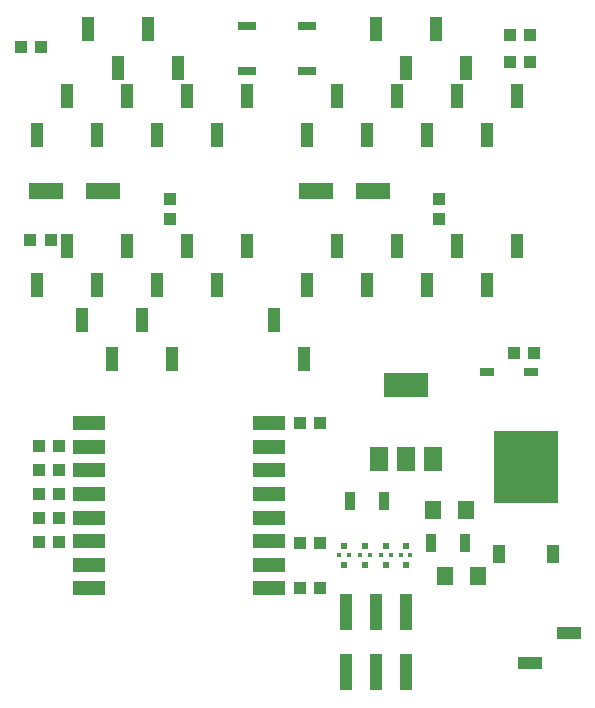
<source format=gtp>
G04*
G04 #@! TF.GenerationSoftware,Altium Limited,Altium Designer,19.1.6 (110)*
G04*
G04 Layer_Color=8421504*
%FSLAX25Y25*%
%MOIN*%
G70*
G01*
G75*
%ADD17R,0.11000X0.04500*%
%ADD18R,0.07874X0.03937*%
%ADD19R,0.03937X0.07874*%
%ADD20R,0.03937X0.12480*%
%ADD21R,0.01575X0.01575*%
%ADD22R,0.02362X0.02362*%
%ADD23R,0.03937X0.04331*%
%ADD24R,0.06000X0.03000*%
%ADD25R,0.03543X0.06299*%
%ADD26R,0.04331X0.03937*%
%ADD27R,0.04724X0.02756*%
%ADD28R,0.11811X0.05512*%
%ADD29R,0.03937X0.06299*%
%ADD30R,0.21260X0.24409*%
%ADD31R,0.05512X0.06299*%
%ADD32R,0.15000X0.07900*%
%ADD33R,0.05900X0.07900*%
D17*
X42500Y37000D02*
D03*
Y44874D02*
D03*
Y52748D02*
D03*
Y60622D02*
D03*
Y68496D02*
D03*
Y76370D02*
D03*
Y84244D02*
D03*
Y92118D02*
D03*
X102343D02*
D03*
Y84244D02*
D03*
Y76370D02*
D03*
Y68496D02*
D03*
Y60622D02*
D03*
Y52748D02*
D03*
Y44874D02*
D03*
Y37000D02*
D03*
D18*
X189504Y12000D02*
D03*
X202496Y22000D02*
D03*
D19*
X114000Y113504D02*
D03*
X104000Y126496D02*
D03*
X50000Y113504D02*
D03*
X70000D02*
D03*
X40000Y126496D02*
D03*
X60000D02*
D03*
X52000Y210504D02*
D03*
X72000D02*
D03*
X42000Y223496D02*
D03*
X62000D02*
D03*
X148000Y210504D02*
D03*
X168000D02*
D03*
X138000Y223496D02*
D03*
X158000D02*
D03*
X125000Y150996D02*
D03*
X145000D02*
D03*
X165000D02*
D03*
X185000D02*
D03*
X115000Y138004D02*
D03*
X135000D02*
D03*
X155000D02*
D03*
X175000D02*
D03*
X125000Y200996D02*
D03*
X145000D02*
D03*
X165000D02*
D03*
X185000D02*
D03*
X115000Y188004D02*
D03*
X135000D02*
D03*
X155000D02*
D03*
X175000D02*
D03*
X35000Y150996D02*
D03*
X55000D02*
D03*
X75000D02*
D03*
X95000D02*
D03*
X25000Y138004D02*
D03*
X45000D02*
D03*
X65000D02*
D03*
X85000D02*
D03*
X35000Y200996D02*
D03*
X55000D02*
D03*
X75000D02*
D03*
X95000D02*
D03*
X25000Y188004D02*
D03*
X45000D02*
D03*
X65000D02*
D03*
X85000D02*
D03*
D20*
X128000Y9000D02*
D03*
Y29000D02*
D03*
X148000D02*
D03*
Y9000D02*
D03*
X138000D02*
D03*
Y29000D02*
D03*
D21*
X146425Y48000D02*
D03*
X149575D02*
D03*
X132925D02*
D03*
X136075D02*
D03*
X139925D02*
D03*
X143075D02*
D03*
X125925D02*
D03*
X129075D02*
D03*
D22*
X148000Y51150D02*
D03*
Y44850D02*
D03*
X134500Y51150D02*
D03*
Y44850D02*
D03*
X141500Y51150D02*
D03*
Y44850D02*
D03*
X127500Y51150D02*
D03*
Y44850D02*
D03*
D23*
X159000Y166846D02*
D03*
Y160154D02*
D03*
X69500Y166846D02*
D03*
Y160154D02*
D03*
D24*
X95000Y209500D02*
D03*
Y224500D02*
D03*
X115000D02*
D03*
Y209500D02*
D03*
D25*
X129291Y66000D02*
D03*
X140709D02*
D03*
X156291Y52000D02*
D03*
X167709D02*
D03*
D26*
X112654D02*
D03*
X119346D02*
D03*
X112654Y37000D02*
D03*
X119346D02*
D03*
X25654Y84500D02*
D03*
X32346D02*
D03*
X25654Y76500D02*
D03*
X32346D02*
D03*
X25654Y68500D02*
D03*
X32346D02*
D03*
X119346Y92000D02*
D03*
X112654D02*
D03*
X26346Y217500D02*
D03*
X19654D02*
D03*
X189346Y212500D02*
D03*
X182654D02*
D03*
Y221500D02*
D03*
X189346D02*
D03*
X29596Y153250D02*
D03*
X22904D02*
D03*
X184154Y115500D02*
D03*
X190846D02*
D03*
X32346Y60500D02*
D03*
X25654D02*
D03*
Y52500D02*
D03*
X32346D02*
D03*
D27*
X189783Y109000D02*
D03*
X175217D02*
D03*
D28*
X136949Y169500D02*
D03*
X118051D02*
D03*
X46949D02*
D03*
X28051D02*
D03*
D29*
X196976Y48602D02*
D03*
X179024D02*
D03*
D30*
X188000Y77343D02*
D03*
D31*
X172012Y41000D02*
D03*
X160988D02*
D03*
X168012Y63000D02*
D03*
X156988D02*
D03*
D32*
X148000Y104900D02*
D03*
D33*
X157100Y80100D02*
D03*
X148100D02*
D03*
X139100D02*
D03*
M02*

</source>
